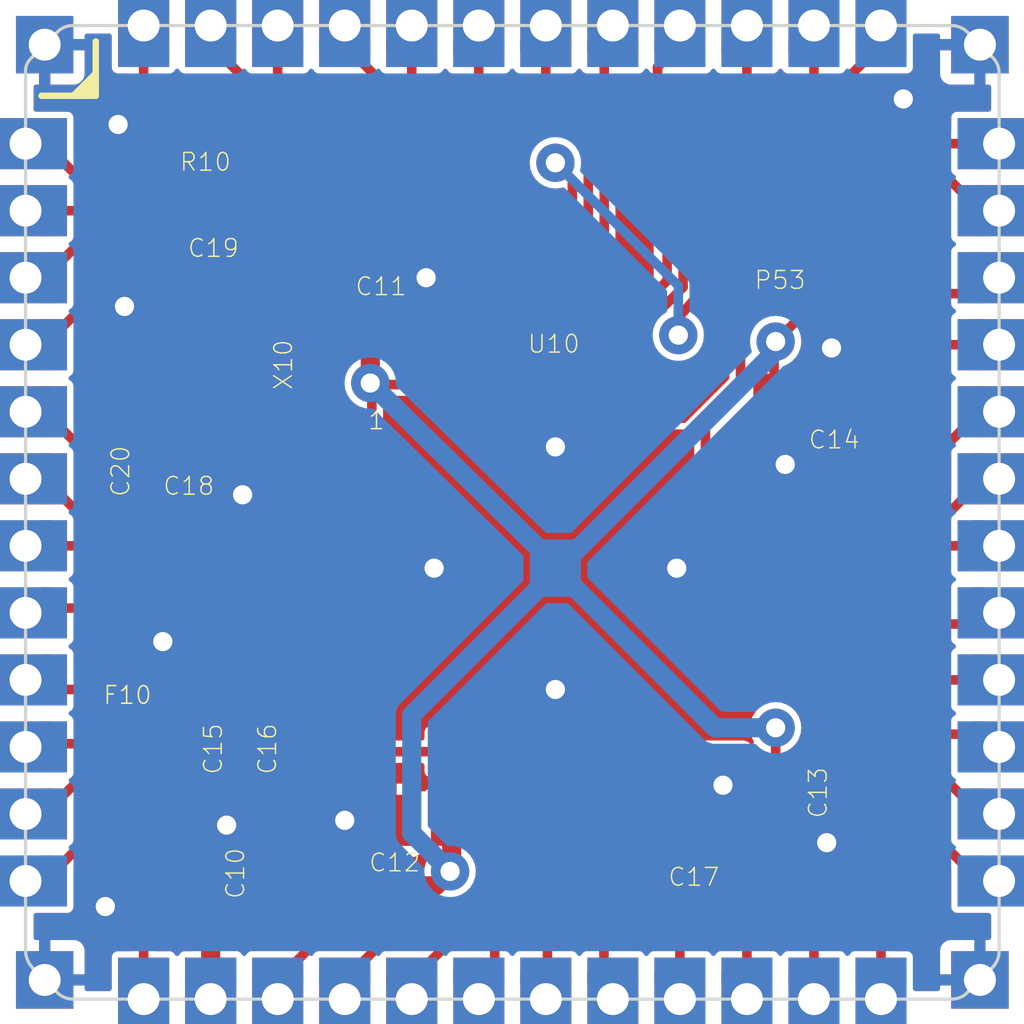
<source format=kicad_pcb>
(kicad_pcb (version 20240108) (generator "pcbnew") (generator_version "8.0")
  (layers (0 "F.Cu" signal) (31 "B.Cu" signal) (34 "B.Paste" user) (35 "F.Paste" user) (36 "B.SilkS" user "B.Silkscreen") (37 "F.SilkS" user "F.Silkscreen") (38 "B.Mask" user) (39 "F.Mask" user) (44 "Edge.Cuts" user))
  (net 0 "")
  (net 1 "GND")
  (net 2 "N$1")
  (net 3 "N$7")
  (net 4 "VCAP")
  (net 5 "SWDIO")
  (net 6 "SWCLK")
  (net 7 "SWO")
  (net 8 "NRST")
  (net 9 "PC13")
  (net 10 "PC14")
  (net 11 "PC15")
  (net 12 "PC0")
  (net 13 "PA0")
  (net 14 "PA1")
  (net 15 "PA2")
  (net 16 "PA3")
  (net 17 "PA4")
  (net 18 "PA5")
  (net 19 "PA6")
  (net 20 "PA7")
  (net 21 "PA8")
  (net 22 "PA9")
  (net 23 "PA10")
  (net 24 "PA11")
  (net 25 "PA12")
  (net 26 "PA15")
  (net 27 "PC1")
  (net 28 "PC2")
  (net 29 "PC3")
  (net 30 "PC4")
  (net 31 "PC5")
  (net 32 "PC6")
  (net 33 "PC7")
  (net 34 "PC12")
  (net 35 "PC11")
  (net 36 "PC10")
  (net 37 "PC9")
  (net 38 "PC8")
  (net 39 "PB15")
  (net 40 "PB14")
  (net 41 "PB13")
  (net 42 "PB12")
  (net 43 "PB10")
  (net 44 "PB9")
  (net 45 "PB8")
  (net 46 "PB7")
  (net 47 "PB6")
  (net 48 "PB5")
  (net 49 "PB4")
  (net 50 "PB2")
  (net 51 "PB1")
  (net 52 "PB0")
  (net 53 "PD2")
  (net 54 "VDDA")
  (net 55 "VDD")
  (net 56 "VDDA'")
  (net 57 "BOOT0")
  (footprint "Socket_STM32_V3:FERRITE_0805" (layer "F.Cu") (at 136.551733 110.853599)
    (property "Reference" "F10")
    (property "Value" "BEAD")
  )
  (footprint "Socket_STM32_V3:PAD_1_1.5_1.2" (layer "F.Cu") (at 149.551733 90.453599)
    (property "Reference" "P46" (hide yes))
    (property "Value" "" (hide yes))
  )
  (footprint "Socket_STM32_V3:PAD_1_1.5_1.2" (layer "F.Cu") (at 139.051733 90.453599)
    (property "Reference" "P51" (hide yes))
    (property "Value" "" (hide yes))
  )
  (footprint "Socket_STM32_V3:0805_GRM" (layer "F.Cu") (at 140.951733 109.953599 90)
    (property "Reference" "C16")
    (property "Value" "0.1uF")
  )
  (footprint "Socket_STM32_V3:PAD_1_1.5_1.2" (layer "F.Cu") (at 153.751733 90.453599)
    (property "Reference" "P44" (hide yes))
    (property "Value" "" (hide yes))
  )
  (footprint "Socket_STM32_V3:PAD_CASTELLATED_HOLE_CORNER" (layer "F.Cu") (at 163.151733 119.653599)
    (property "Reference" "P27" (hide yes))
    (property "Value" "" (hide yes))
  )
  (footprint "Socket_STM32_V3:PAD_1_1.5_1.2" (layer "F.Cu") (at 160.051733 119.553599 180)
    (property "Reference" "P26" (hide yes))
    (property "Value" "" (hide yes))
  )
  (footprint "Socket_STM32_V3:PAD_1_1.5_1.2" (layer "F.Cu") (at 143.251733 90.453599)
    (property "Reference" "P49" (hide yes))
    (property "Value" "" (hide yes))
  )
  (footprint "Socket_STM32_V3:PAD_1_1.5_1.2" (layer "F.Cu") (at 163.051733 112.353599 -90)
    (property "Reference" "P30" (hide yes))
    (property "Value" "" (hide yes))
  )
  (footprint "Socket_STM32_V3:PAD_1_1.5_1.2" (layer "F.Cu") (at 163.051733 116.553599 -90)
    (property "Reference" "P28" (hide yes))
    (property "Value" "" (hide yes))
  )
  (footprint "Socket_STM32_V3:0805_GRM" (layer "F.Cu") (at 139.101733 102.853599 180)
    (property "Reference" "C18")
    (property "Value" "10PF")
  )
  (footprint "Socket_STM32_V3:PAD_1_1.5_1.2" (layer "F.Cu") (at 149.551733 119.553599 180)
    (property "Reference" "P21" (hide yes))
    (property "Value" "" (hide yes))
  )
  (footprint "Socket_STM32_V3:PAD_1_1.5_1.2" (layer "F.Cu") (at 163.051733 101.853599 -90)
    (property "Reference" "P35" (hide yes))
    (property "Value" "" (hide yes))
  )
  (footprint "Socket_STM32_V3:PAD_1_1.5_1.2" (layer "F.Cu") (at 163.051733 99.753599 -90)
    (property "Reference" "P36" (hide yes))
    (property "Value" "" (hide yes))
  )
  (footprint "Socket_STM32_V3:LQFP_64" (layer "F.Cu") (at 149.851733 106.753599 -90)
    (property "Reference" "U10")
    (property "Value" "STM32F446RET6")
  )
  (footprint "Socket_STM32_V3:RES_0805_ERJ" (layer "F.Cu") (at 138.851733 92.853599)
    (property "Reference" "R10")
    (property "Value" "10k")
  )
  (footprint "Socket_STM32_V3:PAD_1_1.5_1.2" (layer "F.Cu") (at 136.951733 119.553599 180)
    (property "Reference" "P15" (hide yes))
    (property "Value" "" (hide yes))
  )
  (footprint "Socket_STM32_V3:PAD_1_1.5_1.2" (layer "F.Cu") (at 147.451733 90.453599)
    (property "Reference" "P47" (hide yes))
    (property "Value" "" (hide yes))
  )
  (footprint "Socket_STM32_V3:PAD_CASTELLATED_HOLE_CORNER" (layer "F.Cu") (at 133.851733 119.653599 90)
    (property "Reference" "P14" (hide yes))
    (property "Value" "" (hide yes))
  )
  (footprint "Socket_STM32_V3:JST_GH_5F" (layer "F.Cu") (at 156.851733 92.953599)
    (property "Reference" "P53")
    (property "Value" "GH")
  )
  (footprint "Socket_STM32_V3:0805_GRM" (layer "F.Cu") (at 157.651733 101.453599)
    (property "Reference" "C14")
    (property "Value" "0.1uF")
  )
  (footprint "Socket_STM32_V3:PAD_1_1.5_1.2" (layer "F.Cu") (at 151.651733 90.453599)
    (property "Reference" "P45" (hide yes))
    (property "Value" "" (hide yes))
  )
  (footprint "Socket_STM32_V3:PAD_1_1.5_1.2" (layer "F.Cu") (at 163.051733 95.553599 -90)
    (property "Reference" "P38" (hide yes))
    (property "Value" "" (hide yes))
  )
  (footprint "Socket_STM32_V3:PAD_1_1.5_1.2" (layer "F.Cu") (at 141.151733 119.553599 180)
    (property "Reference" "P17" (hide yes))
    (property "Value" "" (hide yes))
  )
  (footprint "Socket_STM32_V3:PAD_1_1.5_1.2" (layer "F.Cu") (at 141.151733 90.453599)
    (property "Reference" "P50" (hide yes))
    (property "Value" "" (hide yes))
  )
  (footprint "Socket_STM32_V3:PAD_1_1.5_1.2" (layer "F.Cu") (at 163.051733 93.453599 -90)
    (property "Reference" "P39" (hide yes))
    (property "Value" "" (hide yes))
  )
  (footprint "Socket_STM32_V3:PAD_1_1.5_1.2" (layer "F.Cu") (at 163.051733 108.153599 -90)
    (property "Reference" "P32" (hide yes))
    (property "Value" "" (hide yes))
  )
  (footprint "Socket_STM32_V3:PAD_1_1.5_1.2" (layer "F.Cu") (at 133.951733 101.853599 90)
    (property "Reference" "P6" (hide yes))
    (property "Value" "" (hide yes))
  )
  (footprint "Socket_STM32_V3:PAD_1_1.5_1.2" (layer "F.Cu") (at 133.951733 116.553599 90)
    (property "Reference" "P13" (hide yes))
    (property "Value" "" (hide yes))
  )
  (footprint "Socket_STM32_V3:PAD_1_1.5_1.2" (layer "F.Cu") (at 147.451733 119.553599 180)
    (property "Reference" "P20" (hide yes))
    (property "Value" "" (hide yes))
  )
  (footprint "Socket_STM32_V3:PAD_1_1.5_1.2" (layer "F.Cu") (at 136.951733 90.453599)
    (property "Reference" "P52" (hide yes))
    (property "Value" "" (hide yes))
  )
  (footprint "Socket_STM32_V3:PAD_1_1.5_1.2" (layer "F.Cu") (at 163.051733 114.453599 -90)
    (property "Reference" "P29" (hide yes))
    (property "Value" "" (hide yes))
  )
  (footprint "Socket_STM32_V3:0805_GRM" (layer "F.Cu") (at 139.101733 98.053599)
    (property "Reference" "C19")
    (property "Value" "10PF")
  )
  (footprint "Socket_STM32_V3:PAD_1_1.5_1.2" (layer "F.Cu") (at 163.051733 97.653599 -90)
    (property "Reference" "P37" (hide yes))
    (property "Value" "" (hide yes))
  )
  (footprint "Socket_STM32_V3:0805_GRM" (layer "F.Cu") (at 136.251733 101.153599 90)
    (property "Reference" "C20")
    (property "Value" "0.1uF")
  )
  (footprint "Socket_STM32_V3:PAD_1_1.5_1.2" (layer "F.Cu") (at 143.251733 119.553599 180)
    (property "Reference" "P18" (hide yes))
    (property "Value" "" (hide yes))
  )
  (footprint "Socket_STM32_V3:PAD_1_1.5_1.2" (layer "F.Cu") (at 163.051733 110.253599 -90)
    (property "Reference" "P31" (hide yes))
    (property "Value" "" (hide yes))
  )
  (footprint "Socket_STM32_V3:PAD_1_1.5_1.2" (layer "F.Cu") (at 133.951733 95.553599 90)
    (property "Reference" "P3" (hide yes))
    (property "Value" "" (hide yes))
  )
  (footprint "Socket_STM32_V3:PAD_1_1.5_1.2" (layer "F.Cu") (at 157.951733 119.553599 180)
    (property "Reference" "P25" (hide yes))
    (property "Value" "" (hide yes))
  )
  (footprint "Socket_STM32_V3:PAD_1_1.5_1.2" (layer "F.Cu") (at 153.751733 119.553599 180)
    (property "Reference" "P23" (hide yes))
    (property "Value" "" (hide yes))
  )
  (footprint "Socket_STM32_V3:PAD_CASTELLATED_HOLE_CORNER" (layer "F.Cu") (at 133.851733 90.353599)
    (property "Reference" "P1" (hide yes))
    (property "Value" "" (hide yes))
  )
  (footprint "Socket_STM32_V3:QUARTZ_TSX_3225" (layer "F.Cu") (at 139.101733 100.453599)
    (property "Reference" "X10")
    (property "Value" "16MHz" (hide yes))
  )
  (footprint "Socket_STM32_V3:PAD_1_1.5_1.2" (layer "F.Cu") (at 133.951733 93.453599 90)
    (property "Reference" "P2" (hide yes))
    (property "Value" "" (hide yes))
  )
  (footprint "Socket_STM32_V3:PAD_1_1.5_1.2" (layer "F.Cu") (at 163.051733 103.953599 -90)
    (property "Reference" "P34" (hide yes))
    (property "Value" "" (hide yes))
  )
  (footprint "Socket_STM32_V3:PAD_1_1.5_1.2" (layer "F.Cu") (at 133.951733 99.753599 90)
    (property "Reference" "P5" (hide yes))
    (property "Value" "" (hide yes))
  )
  (footprint "Socket_STM32_V3:PAD_1_1.5_1.2" (layer "F.Cu") (at 133.951733 114.453599 90)
    (property "Reference" "P12" (hide yes))
    (property "Value" "" (hide yes))
  )
  (footprint "Socket_STM32_V3:0805_GRM" (layer "F.Cu") (at 145.651733 114.653599 180)
    (property "Reference" "C12")
    (property "Value" "0.1uF")
  )
  (footprint "Socket_STM32_V3:PAD_1_1.5_1.2" (layer "F.Cu") (at 133.951733 103.953599 90)
    (property "Reference" "P7" (hide yes))
    (property "Value" "" (hide yes))
  )
  (footprint "Socket_STM32_V3:PAD_1_1.5_1.2" (layer "F.Cu") (at 155.851733 119.553599 180)
    (property "Reference" "P24" (hide yes))
    (property "Value" "" (hide yes))
  )
  (footprint "Socket_STM32_V3:0805_GRM" (layer "F.Cu") (at 156.751733 114.353599 -90)
    (property "Reference" "C13")
    (property "Value" "0.1uF")
  )
  (footprint "Socket_STM32_V3:PAD_1_1.5_1.2" (layer "F.Cu") (at 133.951733 97.653599 90)
    (property "Reference" "P4" (hide yes))
    (property "Value" "" (hide yes))
  )
  (footprint "Socket_STM32_V3:PAD_1_1.5_1.2" (layer "F.Cu") (at 139.051733 119.553599 180)
    (property "Reference" "P16" (hide yes))
    (property "Value" "" (hide yes))
  )
  (footprint "Socket_STM32_V3:PAD_1_1.5_1.2" (layer "F.Cu") (at 145.351733 90.453599)
    (property "Reference" "P48" (hide yes))
    (property "Value" "" (hide yes))
  )
  (footprint "Socket_STM32_V3:0805_GRM" (layer "F.Cu") (at 144.851733 99.253599)
    (property "Reference" "C11")
    (property "Value" "0.1uF")
  )
  (footprint "Socket_STM32_V3:PAD_1_1.5_1.2" (layer "F.Cu") (at 155.851733 90.453599)
    (property "Reference" "P43" (hide yes))
    (property "Value" "" (hide yes))
  )
  (footprint "Socket_STM32_V3:PAD_1_1.5_1.2" (layer "F.Cu") (at 133.951733 106.053599 90)
    (property "Reference" "P8" (hide yes))
    (property "Value" "" (hide yes))
  )
  (footprint "Socket_STM32_V3:0805_GRM" (layer "F.Cu") (at 139.151733 109.953599 90)
    (property "Reference" "C15")
    (property "Value" "1uF")
  )
  (footprint "Socket_STM32_V3:PAD_1_1.5_1.2" (layer "F.Cu") (at 163.051733 106.053599 -90)
    (property "Reference" "P33" (hide yes))
    (property "Value" "" (hide yes))
  )
  (footprint "Socket_STM32_V3:PAD_1_1.5_1.2" (layer "F.Cu") (at 157.951733 90.453599)
    (property "Reference" "P42" (hide yes))
    (property "Value" "" (hide yes))
  )
  (footprint "Socket_STM32_V3:PAD_1_1.5_1.2" (layer "F.Cu") (at 133.951733 108.153599 90)
    (property "Reference" "P9" (hide yes))
    (property "Value" "" (hide yes))
  )
  (footprint "Socket_STM32_V3:0805_GRM" (layer "F.Cu") (at 154.151733 115.153599)
    (property "Reference" "C17")
    (property "Value" "4.7uF")
  )
  (footprint "Socket_STM32_V3:PAD_1_1.5_1.2" (layer "F.Cu") (at 133.951733 112.353599 90)
    (property "Reference" "P11" (hide yes))
    (property "Value" "" (hide yes))
  )
  (footprint "Socket_STM32_V3:PAD_1_1.5_1.2" (layer "F.Cu") (at 160.051733 90.453599)
    (property "Reference" "P41" (hide yes))
    (property "Value" "" (hide yes))
  )
  (footprint "Socket_STM32_V3:PAD_1_1.5_1.2" (layer "F.Cu") (at 145.351733 119.553599 180)
    (property "Reference" "P19" (hide yes))
    (property "Value" "" (hide yes))
  )
  (footprint "Socket_STM32_V3:PAD_1_1.5_1.2" (layer "F.Cu") (at 133.951733 110.253599 90)
    (property "Reference" "P10" (hide yes))
    (property "Value" "" (hide yes))
  )
  (footprint "Socket_STM32_V3:PAD_CASTELLATED_HOLE_CORNER" (layer "F.Cu") (at 163.151733 90.353599 -90)
    (property "Reference" "P40" (hide yes))
    (property "Value" "" (hide yes))
  )
  (footprint "Socket_STM32_V3:0805_GRM" (layer "F.Cu") (at 141.151733 115.753599 90)
    (property "Reference" "C10")
    (property "Value" "4.7uF")
  )
  (footprint "Socket_STM32_V3:PAD_1_1.5_1.2" (layer "F.Cu") (at 151.651733 119.553599 180)
    (property "Reference" "P22" (hide yes))
    (property "Value" "" (hide yes))
  )
  (gr_line (start 133.751733 91.953599) (end 134.751733 91.953599) (stroke (width 0.2)) (layer "F.SilkS"))
  (gr_line (start 135.451733 91.453599) (end 135.451733 91.253599) (stroke (width 0.2)) (layer "F.SilkS"))
  (gr_line (start 135.151733 91.953599) (end 135.451733 91.953599) (stroke (width 0.2)) (layer "F.SilkS"))
  (gr_line (start 134.751733 91.953599) (end 135.451733 91.253599) (stroke (width 0.2)) (layer "F.SilkS"))
  (gr_line (start 134.751733 91.953599) (end 134.951733 91.953599) (stroke (width 0.2)) (layer "F.SilkS"))
  (gr_line (start 135.451733 91.253599) (end 135.451733 90.253599) (stroke (width 0.2)) (layer "F.SilkS"))
  (gr_line (start 134.951733 91.953599) (end 135.151733 91.953599) (stroke (width 0.2)) (layer "F.SilkS"))
  (gr_line (start 135.151733 91.953599) (end 135.451733 91.653599) (stroke (width 0.2)) (layer "F.SilkS"))
  (gr_line (start 135.451733 91.953599) (end 135.451733 91.653599) (stroke (width 0.2)) (layer "F.SilkS"))
  (gr_line (start 134.951733 91.953599) (end 135.451733 91.453599) (stroke (width 0.2)) (layer "F.SilkS"))
  (gr_line (start 135.451733 91.653599) (end 135.451733 91.453599) (stroke (width 0.2)) (layer "F.SilkS"))
  (gr_arc (start 162.251733 89.753599) (mid 162.520991 89.805453) (end 162.751733 89.953599) (stroke (width 0.1)) (layer "Edge.Cuts"))
  (gr_line (start 163.751733 118.753599) (end 163.751733 91.253599) (stroke (width 0.1)) (layer "Edge.Cuts"))
  (gr_arc (start 163.751733 118.753599) (mid 163.699879 119.022857) (end 163.551734 119.253599) (stroke (width 0.1)) (layer "Edge.Cuts"))
  (gr_arc (start 163.551733 90.753599) (mid 163.703047 90.983073) (end 163.751733 91.253599) (stroke (width 0.1)) (layer "Edge.Cuts"))
  (gr_line (start 162.751733 89.953599) (end 163.551733 90.753599) (stroke (width 0.1)) (layer "Edge.Cuts"))
  (gr_arc (start 134.751732 120.253599) (mid 134.481207 120.204913) (end 134.251733 120.053599) (stroke (width 0.1)) (layer "Edge.Cuts"))
  (gr_line (start 163.551733 119.253599) (end 162.751733 120.053599) (stroke (width 0.1)) (layer "Edge.Cuts"))
  (gr_line (start 133.451733 119.253599) (end 134.251733 120.053599) (stroke (width 0.1)) (layer "Edge.Cuts"))
  (gr_arc (start 133.251733 91.153599) (mid 133.310682 90.933073) (end 133.451733 90.753599) (stroke (width 0.1)) (layer "Edge.Cuts"))
  (gr_line (start 133.251733 91.153599) (end 133.251733 118.653599) (stroke (width 0.1)) (layer "Edge.Cuts"))
  (gr_arc (start 162.751733 120.053599) (mid 162.522259 120.204914) (end 162.251733 120.253599) (stroke (width 0.1)) (layer "Edge.Cuts"))
  (gr_line (start 133.451733 90.753599) (end 134.251733 89.953599) (stroke (width 0.1)) (layer "Edge.Cuts"))
  (gr_arc (start 133.451732 119.253599) (mid 133.293958 118.972857) (end 133.251733 118.653599) (stroke (width 0.1)) (layer "Edge.Cuts"))
  (gr_line (start 134.751733 120.253599) (end 162.251733 120.253599) (stroke (width 0.1)) (layer "Edge.Cuts"))
  (gr_arc (start 134.251733 89.953599) (mid 134.481207 89.802285) (end 134.751733 89.7536) (stroke (width 0.1)) (layer "Edge.Cuts"))
  (gr_line (start 134.751733 89.753599) (end 162.251733 89.753599) (stroke (width 0.1)) (layer "Edge.Cuts"))
  (segment (start 146.601733 112.503599) (end 146.601733 111.203599) (width 0.3) (layer "F.Cu") (net 1))
  (segment (start 142.73542 108.503599) (end 142.23542 109.003599) (width 0.3) (layer "F.Cu") (net 1))
  (segment (start 153.101733 112.503599) (end 153.101733 113.348574) (width 0.3) (layer "F.Cu") (net 1))
  (segment (start 142.23542 109.003599) (end 140.951733 109.003599) (width 0.3) (layer "F.Cu") (net 1))
  (segment (start 144.101733 108.503599) (end 142.73542 108.503599) (width 0.3) (layer "F.Cu") (net 1))
  (segment (start 140.051733 101.603599) (end 140.201733 101.253599) (width 0.3) (layer "F.Cu") (net 1))
  (segment (start 153.101733 112.503599) (end 153.101733 111.103599) (width 0.3) (layer "F.Cu") (net 1))
  (segment (start 146.601733 112.503599) (end 146.601733 113.248574) (width 0.3) (layer "F.Cu") (net 1))
  (segment (start 138.001733 99.653599) (end 138.001733 98.303599) (width 0.3) (layer "F.Cu") (net 1))
  (segment (start 144.101733 108.503599) (end 145.401733 108.503599) (width 0.3) (layer "F.Cu") (net 1))
  (segment (start 146.601733 101.003599) (end 146.601733 100.203599) (width 0.3) (layer "F.Cu") (net 1))
  (segment (start 145.751733 98.903599) (end 145.801733 99.253599) (width 0.6) (layer "F.Cu") (net 1))
  (segment (start 144.701733 114.503599) (end 144.701733 114.653599) (width 0.3) (layer "F.Cu") (net 1))
  (segment (start 145.801733 99.403599) (end 145.801733 99.253599) (width 0.3) (layer "F.Cu") (net 1))
  (segment (start 140.051733 102.853599) (end 140.051733 101.603599) (width 0.3) (layer "F.Cu") (net 1))
  (segment (start 146.601733 113.248574) (end 146.396708 113.453599) (width 0.3) (layer "F.Cu") (net 1))
  (segment (start 155.601733 103.503599) (end 157.051733 103.503599) (width 0.3) (layer "F.Cu") (net 1))
  (segment (start 146.601733 100.203599) (end 145.801733 99.403599) (width 0.3) (layer "F.Cu") (net 1))
  (segment (start 146.396708 113.453599) (end 145.751733 113.453599) (width 0.3) (layer "F.Cu") (net 1))
  (segment (start 145.751733 113.453599) (end 144.701733 114.503599) (width 0.3) (layer "F.Cu") (net 1))
  (segment (start 146.601733 101.003599) (end 146.601733 102.603599) (width 0.3) (layer "F.Cu") (net 1))
  (segment (start 138.001733 98.303599) (end 138.151733 98.053599) (width 0.5) (layer "F.Cu") (net 1))
  (segment (start 153.101733 113.348574) (end 153.406758 113.653599) (width 0.3) (layer "F.Cu") (net 1))
  (via (at 137.551733 109.053599) (size 1.2) (drill 0.6) (layers "F.Cu" "B.Cu") (net 1))
  (via (at 146.051733 106.753599) (size 1.2) (drill 0.6) (layers "F.Cu" "B.Cu") (net 1))
  (via (at 145.801733 97.653599) (size 1.2) (drill 0.6) (layers "F.Cu" "B.Cu") (net 1))
  (via (at 155.101733 113.553599) (size 1.2) (drill 0.6) (layers "F.Cu" "B.Cu") (net 1))
  (via (at 149.851733 102.953599) (size 1.2) (drill 0.6) (layers "F.Cu" "B.Cu") (net 1))
  (via (at 139.551733 114.803599) (size 1.2) (drill 0.6) (layers "F.Cu" "B.Cu") (net 1))
  (via (at 158.501733 99.853599) (size 1.2) (drill 0.6) (layers "F.Cu" "B.Cu") (net 1))
  (via (at 149.851733 110.553599) (size 1.2) (drill 0.6) (layers "F.Cu" "B.Cu") (net 1))
  (via (at 136.351733 98.553599) (size 1.2) (drill 0.6) (layers "F.Cu" "B.Cu") (net 1))
  (via (at 140.051733 104.453599) (size 1.2) (drill 0.6) (layers "F.Cu" "B.Cu") (net 1))
  (via (at 157.051733 103.503599) (size 1.2) (drill 0.6) (layers "F.Cu" "B.Cu") (net 1))
  (via (at 160.751733 92.053599) (size 1.2) (drill 0.6) (layers "F.Cu" "B.Cu") (net 1))
  (via (at 153.651733 106.753599) (size 1.2) (drill 0.6) (layers "F.Cu" "B.Cu") (net 1))
  (via (at 158.351733 115.353599) (size 1.2) (drill 0.6) (layers "F.Cu" "B.Cu") (net 1))
  (via (at 136.151733 92.853599) (size 1.2) (drill 0.6) (layers "F.Cu" "B.Cu") (net 1))
  (via (at 135.751733 117.353599) (size 1.2) (drill 0.6) (layers "F.Cu" "B.Cu") (net 1))
  (via (at 143.251733 114.653599) (size 1.2) (drill 0.6) (layers "F.Cu" "B.Cu") (net 1))
  (segment (start 138.151733 101.603599) (end 138.001733 101.253599) (width 0.3) (layer "F.Cu") (net 2))
  (segment (start 138.151733 104.953599) (end 138.151733 102.853599) (width 0.3) (layer "F.Cu") (net 2))
  (segment (start 138.151733 102.853599) (end 138.151733 101.603599) (width 0.3) (layer "F.Cu") (net 2))
  (segment (start 137.901733 101.553599) (end 138.001733 101.253599) (width 0.3) (layer "F.Cu") (net 2))
  (segment (start 138.701733 105.503599) (end 138.151733 104.953599) (width 0.3) (layer "F.Cu") (net 2))
  (segment (start 144.101733 105.503599) (end 138.701733 105.503599) (width 0.3) (layer "F.Cu") (net 2))
  (segment (start 141.351733 100.553599) (end 140.451733 99.653599) (width 0.3) (layer "F.Cu") (net 3))
  (segment (start 140.451733 99.653599) (end 140.201733 99.653599) (width 0.3) (layer "F.Cu") (net 3))
  (segment (start 144.101733 105.003599) (end 142.73542 105.003599) (width 0.3) (layer "F.Cu") (net 3))
  (segment (start 142.73542 105.003599) (end 141.351733 103.619912) (width 0.3) (layer "F.Cu") (net 3))
  (segment (start 140.201733 99.653599) (end 140.051733 99.703599) (width 0.3) (layer "F.Cu") (net 3))
  (segment (start 140.051733 99.703599) (end 140.051733 98.053599) (width 0.3) (layer "F.Cu") (net 3))
  (segment (start 141.351733 103.619912) (end 141.351733 100.553599) (width 0.3) (layer "F.Cu") (net 3))
  (segment (start 152.601733 114.353599) (end 152.601733 112.503599) (width 0.3) (layer "F.Cu") (net 4))
  (segment (start 153.201733 115.153599) (end 153.201733 114.953599) (width 0.3) (layer "F.Cu") (net 4))
  (segment (start 153.201733 114.953599) (end 152.601733 114.353599) (width 0.3) (layer "F.Cu") (net 4))
  (segment (start 156.851733 97.953599) (end 156.851733 92.953599) (width 0.3) (layer "F.Cu") (net 5))
  (segment (start 154.701733 104.003599) (end 154.551733 103.853599) (width 0.3) (layer "F.Cu") (net 5))
  (segment (start 155.651733 100.967824) (end 155.651733 99.153599) (width 0.3) (layer "F.Cu") (net 5))
  (segment (start 155.651733 99.153599) (end 156.851733 97.953599) (width 0.3) (layer "F.Cu") (net 5))
  (segment (start 154.551733 103.853599) (end 154.551733 102.067824) (width 0.3) (layer "F.Cu") (net 5))
  (segment (start 154.551733 102.067824) (end 155.651733 100.967824) (width 0.3) (layer "F.Cu") (net 5))
  (segment (start 155.601733 104.003599) (end 154.701733 104.003599) (width 0.3) (layer "F.Cu") (net 5))
  (segment (start 153.601733 101.103599) (end 153.601733 101.003599) (width 0.3) (layer "F.Cu") (net 6))
  (segment (start 154.051733 100.653599) (end 153.751733 100.653599) (width 0.3) (layer "F.Cu") (net 6))
  (segment (start 155.601733 97.696487) (end 155.601733 92.953599) (width 0.3) (layer "F.Cu") (net 6))
  (segment (start 154.051733 100.653599) (end 153.601733 101.103599) (width 0.3) (layer "F.Cu") (net 6))
  (segment (start 154.651733 98.646487) (end 154.651733 100.053599) (width 0.3) (layer "F.Cu") (net 6))
  (segment (start 154.651733 100.053599) (end 154.051733 100.653599) (width 0.3) (layer "F.Cu") (net 6))
  (segment (start 154.651733 98.646487) (end 155.601733 97.696487) (width 0.3) (layer "F.Cu") (net 6))
  (segment (start 150.381733 94.583599) (end 149.851733 94.053599) (width 0.3) (layer "F.Cu") (net 7))
  (segment (start 154.351733 92.873599) (end 154.331733 92.953599) (width 0.3) (layer "F.Cu") (net 7))
  (segment (start 150.381733 98.312799) (end 150.381733 94.583599) (width 0.3) (layer "F.Cu") (net 7))
  (segment (start 153.701733 98.910712) (end 153.701733 99.453599) (width 0.3) (layer "F.Cu") (net 7))
  (segment (start 150.601733 101.003599) (end 150.601733 98.532799) (width 0.3) (layer "F.Cu") (net 7))
  (segment (start 150.601733 98.532799) (end 150.381733 98.312799) (width 0.3) (layer "F.Cu") (net 7))
  (segment (start 154.351733 92.873599) (end 154.351733 98.160712) (width 0.3) (layer "F.Cu") (net 7))
  (segment (start 154.351733 98.160712) (end 153.701733 98.910712) (width 0.3) (layer "F.Cu") (net 7))
  (via (at 149.851733 94.053599) (size 1.2) (drill 0.6) (layers "F.Cu" "B.Cu") (net 7))
  (via (at 153.701733 99.453599) (size 1.2) (drill 0.6) (layers "F.Cu" "B.Cu") (net 7))
  (segment (start 149.851733 94.053599) (end 153.701733 97.903599) (width 0.3) (layer "B.Cu") (net 7))
  (segment (start 153.701733 97.903599) (end 153.701733 99.453599) (width 0.3) (layer "B.Cu") (net 7))
  (segment (start 137.301733 106.003599) (end 136.251733 104.953599) (width 0.3) (layer "F.Cu") (net 8))
  (segment (start 136.251733 104.953599) (end 136.251733 102.103599) (width 0.3) (layer "F.Cu") (net 8))
  (segment (start 144.101733 106.003599) (end 137.301733 106.003599) (width 0.3) (layer "F.Cu") (net 8))
  (segment (start 133.251733 95.553599) (end 134.151733 95.553599) (width 0.3) (layer "F.Cu") (net 9))
  (segment (start 143.356758 103.503599) (end 144.101733 103.503599) (width 0.3) (layer "F.Cu") (net 9))
  (segment (start 141.851733 95.553599) (end 134.151733 95.553599) (width 0.3) (layer "F.Cu") (net 9))
  (segment (start 142.851733 96.553599) (end 142.851733 102.998574) (width 0.3) (layer "F.Cu") (net 9))
  (segment (start 142.851733 96.553599) (end 141.851733 95.553599) (width 0.3) (layer "F.Cu") (net 9))
  (segment (start 143.356758 103.503599) (end 142.851733 102.998574) (width 0.3) (layer "F.Cu") (net 9))
  (segment (start 134.151733 95.553599) (end 134.051733 95.653599) (width 0.3) (layer "F.Cu") (net 9))
  (segment (start 134.151733 95.553599) (end 133.251733 95.553599) (width 0.3) (layer "B.Cu") (net 9))
  (segment (start 143.149645 104.003599) (end 144.101733 104.003599) (width 0.3) (layer "F.Cu") (net 10))
  (segment (start 143.149645 104.003599) (end 142.351733 103.205687) (width 0.3) (layer "F.Cu") (net 10))
  (segment (start 134.151733 97.653599) (end 133.251733 97.653599) (width 0.3) (layer "F.Cu") (net 10))
  (segment (start 141.598176 96.107156) (end 135.398176 96.107156) (width 0.3) (layer "F.Cu") (net 10))
  (segment (start 142.351733 103.205687) (end 142.351733 96.860712) (width 0.3) (layer "F.Cu") (net 10))
  (segment (start 142.351733 96.860712) (end 141.598176 96.107156) (width 0.3) (layer "F.Cu") (net 10))
  (segment (start 135.398176 96.107156) (end 134.151733 97.353599) (width 0.3) (layer "F.Cu") (net 10))
  (segment (start 134.151733 97.353599) (end 134.151733 97.653599) (width 0.3) (layer "F.Cu") (net 10))
  (segment (start 133.251733 97.653599) (end 134.151733 97.653599) (width 0.3) (layer "B.Cu") (net 10))
  (segment (start 134.201733 99.403599) (end 134.201733 99.653599) (width 0.3) (layer "F.Cu") (net 11))
  (segment (start 141.851733 103.412799) (end 141.851733 97.107156) (width 0.3) (layer "F.Cu") (net 11))
  (segment (start 141.351733 96.607156) (end 135.605289 96.607156) (width 0.3) (layer "F.Cu") (net 11))
  (segment (start 135.051733 98.553599) (end 134.201733 99.403599) (width 0.3) (layer "F.Cu") (net 11))
  (segment (start 133.251733 99.753599) (end 134.101733 99.753599) (width 0.3) (layer "F.Cu") (net 11))
  (segment (start 134.251733 99.853599) (end 134.151733 99.753599) (width 0.3) (layer "F.Cu") (net 11))
  (segment (start 142.942533 104.503599) (end 144.101733 104.503599) (width 0.3) (layer "F.Cu") (net 11))
  (segment (start 134.201733 99.753599) (end 134.151733 99.753599) (width 0.3) (layer "F.Cu") (net 11))
  (segment (start 134.201733 99.653599) (end 134.201733 99.753599) (width 0.3) (layer "F.Cu") (net 11))
  (segment (start 142.942533 104.503599) (end 141.851733 103.412799) (width 0.3) (layer "F.Cu") (net 11))
  (segment (start 141.851733 97.107156) (end 141.351733 96.607156) (width 0.3) (layer "F.Cu") (net 11))
  (segment (start 135.051733 97.160712) (end 135.051733 98.553599) (width 0.3) (layer "F.Cu") (net 11))
  (segment (start 135.605289 96.607156) (end 135.051733 97.160712) (width 0.3) (layer "F.Cu") (net 11))
  (segment (start 134.101733 99.753599) (end 134.201733 99.653599) (width 0.3) (layer "F.Cu") (net 11))
  (segment (start 134.151733 99.753599) (end 133.251733 99.753599) (width 0.3) (layer "B.Cu") (net 11))
  (segment (start 134.151733 102.153599) (end 134.151733 101.853599) (width 0.3) (layer "F.Cu") (net 12))
  (segment (start 134.151733 101.853599) (end 133.251733 101.853599) (width 0.3) (layer "F.Cu") (net 12))
  (segment (start 135.101733 104.510712) (end 135.101733 103.103599) (width 0.3) (layer "F.Cu") (net 12))
  (segment (start 144.101733 106.503599) (end 137.09462 106.503599) (width 0.3) (layer "F.Cu") (net 12))
  (segment (start 137.09462 106.503599) (end 135.101733 104.510712) (width 0.3) (layer "F.Cu") (net 12))
  (segment (start 135.101733 103.103599) (end 134.151733 102.153599) (width 0.3) (layer "F.Cu") (net 12))
  (segment (start 133.251733 101.853599) (end 134.151733 101.853599) (width 0.3) (layer "B.Cu") (net 12))
  (segment (start 134.051733 112.253599) (end 134.151733 112.353599) (width 0.3) (layer "F.Cu") (net 13))
  (segment (start 144.101733 109.503599) (end 143.149645 109.503599) (width 0.3) (layer "F.Cu") (net 13))
  (segment (start 141.830395 112.253599) (end 134.051733 112.253599) (width 0.3) (layer "F.Cu") (net 13))
  (segment (start 134.201733 112.353599) (end 134.151733 112.353599) (width 0.3) (layer "F.Cu") (net 13))
  (segment (start 133.251733 112.353599) (end 134.151733 112.353599) (width 0.3) (layer "F.Cu") (net 13))
  (segment (start 134.301733 112.653599) (end 134.151733 112.353599) (width 0.3) (layer "F.Cu") (net 13))
  (segment (start 142.651733 111.432262) (end 141.830395 112.253599) (width 0.3) (layer "F.Cu") (net 13))
  (segment (start 143.149645 109.503599) (end 142.651733 110.001512) (width 0.3) (layer "F.Cu") (net 13))
  (segment (start 142.651733 110.001512) (end 142.651733 111.432262) (width 0.3) (layer "F.Cu") (net 13))
  (segment (start 134.151733 112.353599) (end 133.251733 112.353599) (width 0.3) (layer "B.Cu") (net 13))
  (segment (start 144.101733 110.003599) (end 143.356758 110.003599) (width 0.3) (layer "F.Cu") (net 14))
  (segment (start 134.151733 114.153599) (end 134.151733 114.453599) (width 0.3) (layer "F.Cu") (net 14))
  (segment (start 142.037508 112.753599) (end 135.551733 112.753599) (width 0.3) (layer "F.Cu") (net 14))
  (segment (start 134.151733 114.453599) (end 133.251733 114.453599) (width 0.3) (layer "F.Cu") (net 14))
  (segment (start 143.151733 110.208624) (end 143.356758 110.003599) (width 0.3) (layer "F.Cu") (net 14))
  (segment (start 135.551733 112.753599) (end 134.151733 114.153599) (width 0.3) (layer "F.Cu") (net 14))
  (segment (start 134.051733 114.453599) (end 134.151733 114.453599) (width 0.3) (layer "F.Cu") (net 14))
  (segment (start 143.151733 110.208624) (end 143.151733 111.639374) (width 0.3) (layer "F.Cu") (net 14))
  (segment (start 143.151733 111.639374) (end 142.037508 112.753599) (width 0.3) (layer "F.Cu") (net 14))
  (segment (start 133.251733 114.453599) (end 134.151733 114.453599) (width 0.3) (layer "B.Cu") (net 14))
  (segment (start 134.151733 116.553599) (end 134.151733 116.253599) (width 0.3) (layer "F.Cu") (net 15))
  (segment (start 144.101733 111.396487) (end 144.101733 110.503599) (width 0.3) (layer "F.Cu") (net 15))
  (segment (start 137.151733 113.253599) (end 142.24462 113.253599) (width 0.3) (layer "F.Cu") (net 15))
  (segment (start 142.24462 113.253599) (end 144.101733 111.396487) (width 0.3) (layer "F.Cu") (net 15))
  (segment (start 134.151733 116.253599) (end 137.151733 113.253599) (width 0.3) (layer "F.Cu") (net 15))
  (segment (start 133.251733 116.553599) (end 134.151733 116.553599) (width 0.3) (layer "F.Cu") (net 15))
  (segment (start 134.151733 116.553599) (end 133.251733 116.553599) (width 0.3) (layer "B.Cu") (net 15))
  (segment (start 143.701733 112.503599) (end 142.451733 113.753599) (width 0.3) (layer "F.Cu") (net 16))
  (segment (start 136.951733 115.153599) (end 136.951733 119.353599) (width 0.3) (layer "F.Cu") (net 16))
  (segment (start 146.101733 112.503599) (end 143.701733 112.503599) (width 0.3) (layer "F.Cu") (net 16))
  (segment (start 142.451733 113.753599) (end 138.351733 113.753599) (width 0.3) (layer "F.Cu") (net 16))
  (segment (start 138.351733 113.753599) (end 136.951733 115.153599) (width 0.3) (layer "F.Cu") (net 16))
  (segment (start 136.951733 119.353599) (end 136.951733 120.253599) (width 0.3) (layer "F.Cu") (net 16))
  (segment (start 136.951733 120.253599) (end 136.951733 119.353599) (width 0.3) (layer "B.Cu") (net 16))
  (segment (start 141.151733 120.253599) (end 141.151733 119.353599) (width 0.3) (layer "F.Cu") (net 17))
  (segment (start 146.986658 117.403599) (end 143.401733 117.403599) (width 0.3) (layer "F.Cu") (net 17))
  (segment (start 147.601733 112.503599) (end 147.601733 116.788524) (width 0.3) (layer "F.Cu") (net 17))
  (segment (start 143.401733 117.403599) (end 141.451733 119.353599) (width 0.3) (layer "F.Cu") (net 17))
  (segment (start 147.601733 116.788524) (end 146.986658 117.403599) (width 0.3) (layer "F.Cu") (net 17))
  (segment (start 141.451733 119.353599) (end 141.151733 119.353599) (width 0.3) (layer "F.Cu") (net 17))
  (segment (start 141.151733 119.353599) (end 141.151733 120.253599) (width 0.3) (layer "B.Cu") (net 17))
  (segment (start 148.101733 116.995637) (end 147.19377 117.903599) (width 0.3) (layer "F.Cu") (net 18))
  (segment (start 145.001733 117.903599) (end 143.551733 119.353599) (width 0.3) (layer "F.Cu") (net 18))
  (segment (start 147.19377 117.903599) (end 145.001733 117.903599) (width 0.3) (layer "F.Cu") (net 18))
  (segment (start 148.101733 112.503599) (end 148.101733 116.995637) (width 0.3) (layer "F.Cu") (net 18))
  (segment (start 143.251733 119.353599) (end 143.251733 120.253599) (width 0.3) (layer "F.Cu") (net 18))
  (segment (start 143.551733 119.353599) (end 143.251733 119.353599) (width 0.3) (layer "F.Cu") (net 18))
  (segment (start 143.251733 120.253599) (end 143.251733 119.353599) (width 0.3) (layer "B.Cu") (net 18))
  (segment (start 145.251733 119.353599) (end 145.351733 119.353599) (width 0.3) (layer "F.Cu") (net 19))
  (segment (start 145.651733 119.353599) (end 145.351733 119.353599) (width 0.3) (layer "F.Cu") (net 19))
  (segment (start 146.601733 118.403599) (end 145.651733 119.353599) (width 0.3) (layer "F.Cu") (net 19))
  (segment (start 148.601733 112.503599) (end 148.601733 117.202749) (width 0.3) (layer "F.Cu") (net 19))
  (segment (start 148.601733 117.202749) (end 147.400883 118.403599) (width 0.3) (layer "F.Cu") (net 19))
  (segment (start 145.351733 120.253599) (end 145.351733 119.353599) (width 0.3) (layer "F.Cu") (net 19))
  (segment (start 147.400883 118.403599) (end 146.601733 118.403599) (width 0.3) (layer "F.Cu") (net 19))
  (segment (start 145.351733 119.353599) (end 145.351733 120.253599) (width 0.3) (layer "B.Cu") (net 19))
  (segment (start 147.951733 119.253599) (end 147.501733 119.253599) (width 0.3) (layer "F.Cu") (net 20))
  (segment (start 149.101733 117.409862) (end 147.951733 118.559862) (width 0.3) (layer "F.Cu") (net 20))
  (segment (start 147.451733 119.353599) (end 147.451733 120.253599) (width 0.3) (layer "F.Cu") (net 20))
  (segment (start 147.501733 119.253599) (end 147.401733 119.353599) (width 0.3) (layer "F.Cu") (net 20))
  (segment (start 147.951733 118.559862) (end 147.951733 119.253599) (width 0.3) (layer "F.Cu") (net 20))
  (segment (start 147.401733 119.353599) (end 147.401733 119.503599) (width 0.3) (layer "F.Cu") (net 20))
  (segment (start 149.101733 112.503599) (end 149.101733 117.409862) (width 0.3) (layer "F.Cu") (net 20))
  (segment (start 147.451733 119.353599) (end 147.401733 119.503599) (width 0.3) (layer "F.Cu") (net 20))
  (segment (start 147.401733 119.503599) (end 147.351733 119.353599) (width 0.3) (layer "F.Cu") (net 20))
  (segment (start 147.401733 119.103599) (end 147.401733 119.353599) (width 0.3) (layer "F.Cu") (net 20))
  (segment (start 147.451733 120.253599) (end 147.451733 119.353599) (width 0.3) (layer "B.Cu") (net 20))
  (segment (start 161.601733 100.103599) (end 161.951733 99.753599) (width 0.3) (layer "F.Cu") (net 21))
  (segment (start 163.751733 99.753599) (end 162.851733 99.753599) (width 0.3) (layer "F.Cu") (net 21))
  (segment (start 162.751733 99.853599) (end 162.851733 99.753599) (width 0.3) (layer "F.Cu") (net 21))
  (segment (start 161.951733 99.753599) (end 162.851733 99.753599) (width 0.3) (layer "F.Cu") (net 21))
  (segment (start 161.601733 104.182262) (end 161.601733 100.103599) (width 0.3) (layer "F.Cu") (net 21))
  (segment (start 159.280395 106.503599) (end 161.601733 104.182262) (width 0.3) (layer "F.Cu") (net 21))
  (segment (start 155.601733 106.503599) (end 159.280395 106.503599) (width 0.3) (layer "F.Cu") (net 21))
  (segment (start 162.851733 99.753599) (end 163.751733 99.753599) (width 0.3) (layer "B.Cu") (net 21))
  (segment (start 162.991733 97.673599) (end 162.851733 97.653599) (width 0.3) (layer "F.Cu") (net 22))
  (segment (start 162.751733 98.253599) (end 162.751733 97.753599) (width 0.3) (layer "F.Cu") (net 22))
  (segment (start 161.651733 98.153599) (end 162.651733 98.153599) (width 0.3) (layer "F.Cu") (net 22))
  (segment (start 162.851733 97.653599) (end 163.751733 97.653599) (width 0.3) (layer "F.Cu") (net 22))
  (segment (start 159.073283 106.003599) (end 161.101733 103.975149) (width 0.3) (layer "F.Cu") (net 22))
  (segment (start 161.101733 103.975149) (end 161.101733 98.703599) (width 0.3) (layer "F.Cu") (net 22))
  (segment (start 161.101733 98.703599) (end 161.651733 98.153599) (width 0.3) (layer "F.Cu") (net 22))
  (segment (start 162.931733 97.673599) (end 162.991733 97.673599) (width 0.3) (layer "F.Cu") (net 22))
  (segment (start 162.751733 97.753599) (end 162.991733 97.673599) (width 0.3) (layer "F.Cu") (net 22))
  (segment (start 162.651733 98.153599) (end 162.751733 98.253599) (width 0.3) (layer "F.Cu") (net 22))
  (segment (start 155.601733 106.003599) (end 159.073283 106.003599) (width 0.3) (layer "F.Cu") (net 22))
  (segment (start 163.751733 97.653599) (end 162.851733 97.653599) (width 0.3) (layer "B.Cu") (net 22))
  (segment (start 158.86617 105.503599) (end 160.601733 103.768037) (width 0.3) (layer "F.Cu") (net 23))
  (segment (start 155.601733 105.503599) (end 158.86617 105.503599) (width 0.3) (layer "F.Cu") (net 23))
  (segment (start 160.601733 98.689374) (end 160.301733 98.389374) (width 0.3) (layer "F.Cu") (net 23))
  (segment (start 162.801733 95.553599) (end 162.851733 95.553599) (width 0.3) (layer "F.Cu") (net 23))
  (segment (start 163.751733 95.553599) (end 162.851733 95.553599) (width 0.3) (layer "F.Cu") (net 23))
  (segment (start 160.651733 94.253599) (end 160.301733 94.603599) (width 0.3) (layer "F.Cu") (net 23))
  (segment (start 160.301733 98.389374) (end 160.301733 94.603599) (width 0.3) (layer "F.Cu") (net 23))
  (segment (start 160.651733 94.253599) (end 161.866708 94.253599) (width 0.3) (layer "F.Cu") (net 23))
  (segment (start 161.866708 94.253599) (end 162.801733 95.188624) (width 0.3) (layer "F.Cu") (net 23))
  (segment (start 162.801733 95.188624) (end 162.801733 95.553599) (width 0.3) (layer "F.Cu") (net 23))
  (segment (start 160.601733 103.768037) (end 160.601733 98.689374) (width 0.3) (layer "F.Cu") (net 23))
  (segment (start 162.851733 95.553599) (end 163.751733 95.553599) (width 0.3) (layer "B.Cu") (net 23))
  (segment (start 158.659058 105.003599) (end 160.101733 103.560924) (width 0.3) (layer "F.Cu") (net 24))
  (segment (start 162.851733 93.453599) (end 163.751733 93.453599) (width 0.3) (layer "F.Cu") (net 24))
  (segment (start 155.601733 105.003599) (end 158.659058 105.003599) (width 0.3) (layer "F.Cu") (net 24))
  (segment (start 159.801733 94.396487) (end 160.74462 93.453599) (width 0.3) (layer "F.Cu") (net 24))
  (segment (start 160.101733 98.896487) (end 159.801733 98.596487) (width 0.3) (layer "F.Cu") (net 24))
  (segment (start 160.74462 93.453599) (end 162.851733 93.453599) (width 0.3) (layer "F.Cu") (net 24))
  (segment (start 160.101733 103.560924) (end 160.101733 98.896487) (width 0.3) (layer "F.Cu") (net 24))
  (segment (start 159.801733 98.596487) (end 159.801733 94.396487) (width 0.3) (layer "F.Cu") (net 24))
  (segment (start 163.751733 93.453599) (end 162.851733 93.453599) (width 0.3) (layer "B.Cu") (net 24))
  (segment (start 160.051733 90.703599) (end 160.051733 90.653599) (width 0.3) (layer "F.Cu") (net 25))
  (segment (start 159.601733 103.353812) (end 159.601733 99.103599) (width 0.3) (layer "F.Cu") (net 25))
  (segment (start 158.451945 104.503599) (end 159.601733 103.353812) (width 0.3) (layer "F.Cu") (net 25))
  (segment (start 158.746733 91.658599) (end 159.701733 90.703599) (width 0.3) (layer "F.Cu") (net 25))
  (segment (start 159.701733 90.703599) (end 160.051733 90.703599) (width 0.3) (layer "F.Cu") (net 25))
  (segment (start 155.601733 104.503599) (end 158.451945 104.503599) (width 0.3) (layer "F.Cu") (net 25))
  (segment (start 158.746733 98.248599) (end 158.746733 91.658599) (width 0.3) (layer "F.Cu") (net 25))
  (segment (start 159.601733 99.103599) (end 158.746733 98.248599) (width 0.3) (layer "F.Cu") (net 25))
  (segment (start 160.051733 89.753599) (end 160.051733 90.653599) (width 0.3) (layer "F.Cu") (net 25))
  (segment (start 160.051733 89.753599) (end 160.051733 90.653599) (width 0.3) (layer "B.Cu") (net 25))
  (segment (start 157.951733 89.753599) (end 157.951733 90.653599) (width 0.3) (layer "F.Cu") (net 26))
  (segment (start 153.101733 101.003599) (end 153.101733 101.848574) (width 0.3) (layer "F.Cu") (net 26))
  (segment (start 153.306758 102.053599) (end 153.858845 102.053599) (width 0.3) (layer "F.Cu") (net 26))
  (segment (start 156.226733 97.778599) (end 156.226733 91.878599) (width 0.3) (layer "F.Cu") (net 26))
  (segment (start 155.151733 98.853599) (end 156.226733 97.778599) (width 0.3) (layer "F.Cu") (net 26))
  (segment (start 157.601733 90.703599) (end 157.951733 90.703599) (width 0.3) (layer "F.Cu") (net 26))
  (segment (start 156.551733 91.553599) (end 157.751733 91.553599) (width 0.3) (layer "F.Cu") (net 26))
  (segment (start 157.751733 91.553599) (end 157.951733 91.353599) (width 0.3) (layer "F.Cu") (net 26))
  (segment (start 156.226733 91.878599) (end 156.551733 91.553599) (width 0.3) (layer "F.Cu") (net 26))
  (segment (start 153.858845 102.053599) (end 155.151733 100.760712) (width 0.3) (layer "F.Cu") (net 26))
  (segment (start 157.951733 91.353599) (end 157.951733 90.703599) (width 0.3) (layer "F.Cu") (net 26))
  (segment (start 157.951733 90.703599) (end 157.951733 90.653599) (width 0.3) (layer "F.Cu") (net 26))
  (segment (start 155.151733 100.760712) (end 155.151733 98.853599) (width 0.3) (layer "F.Cu") (net 26))
  (segment (start 153.101733 101.848574) (end 153.306758 102.053599) (width 0.3) (layer "F.Cu") (net 26))
  (segment (start 157.951733 89.753599) (end 157.951733 90.653599) (width 0.3) (layer "B.Cu") (net 26))
  (segment (start 134.151733 103.953599) (end 133.251733 103.953599) (width 0.3) (layer "F.Cu") (net 27))
  (segment (start 136.887508 107.003599) (end 133.987508 104.103599) (width 0.3) (layer "F.Cu") (net 27))
  (segment (start 144.101733 107.003599) (end 136.887508 107.003599) (width 0.3) (layer "F.Cu") (net 27))
  (segment (start 133.987508 104.103599) (end 133.987508 103.953599) (width 0.3) (layer "F.Cu") (net 27))
  (segment (start 133.987508 103.953599) (end 134.151733 103.953599) (width 0.3) (layer "F.Cu") (net 27))
  (segment (start 133.251733 103.953599) (end 134.151733 103.953599) (width 0.3) (layer "B.Cu") (net 27))
  (segment (start 135.230395 106.053599) (end 134.151733 106.053599) (width 0.3) (layer "F.Cu") (net 28))
  (segment (start 134.051733 106.053599) (end 134.151733 106.053599) (width 0.3) (layer "F.Cu") (net 28))
  (segment (start 133.251733 106.053599) (end 134.151733 106.053599) (width 0.3) (layer "F.Cu") (net 28))
  (segment (start 136.680395 107.503599) (end 135.230395 106.053599) (width 0.3) (layer "F.Cu") (net 28))
  (segment (start 144.101733 107.503599) (end 136.680395 107.503599) (width 0.3) (layer "F.Cu") (net 28))
  (segment (start 133.251733 106.053599) (end 134.151733 106.053599) (width 0.3) (layer "B.Cu") (net 28))
  (segment (start 144.101733 108.003599) (end 134.201733 108.003599) (width 0.3) (layer "F.Cu") (net 29))
  (segment (start 133.251733 108.153599) (end 134.151733 108.153599) (width 0.3) (layer "F.Cu") (net 29))
  (segment (start 134.201733 108.003599) (end 134.151733 108.153599) (width 0.3) (layer "F.Cu") (net 29))
  (segment (start 134.251733 108.003599) (end 134.151733 108.153599) (width 0.3) (layer "F.Cu") (net 29))
  (segment (start 134.151733 108.153599) (end 133.251733 108.153599) (width 0.3) (layer "B.Cu") (net 29))
  (segment (start 149.551733 119.403599) (end 149.601733 119.353599) (width 0.3) (layer "F.Cu") (net 30))
  (segment (start 149.601733 112.503599) (end 149.601733 119.353599) (width 0.3) (layer "F.Cu") (net 30))
  (segment (start 149.601733 119.353599) (end 149.551733 119.353599) (width 0.3) (layer "F.Cu") (net 30))
  (segment (start 149.551733 120.253599) (end 149.551733 119.403599) (width 0.3) (layer "F.Cu") (net 30))
  (segment (start 149.551733 119.353599) (end 149.551733 120.253599) (width 0.3) (layer "B.Cu") (net 30))
  (segment (start 151.372423 119.07429) (end 151.551733 119.253599) (width 0.3) (layer "F.Cu") (net 31))
  (segment (start 151.651733 119.353599) (end 151.651733 120.253599) (width 0.3) (layer "F.Cu") (net 31))
  (segment (start 151.551733 119.253599) (end 151.572423 119.305324) (width 0.3) (layer "F.Cu") (net 31))
  (segment (start 151.572423 119.305324) (end 151.651733 119.353599) (width 0.3) (layer "F.Cu") (net 31))
  (segment (start 150.101733 112.503599) (end 150.101733 117.217824) (width 0.3) (layer "F.Cu") (net 31))
  (segment (start 151.372423 118.488515) (end 151.372423 119.07429) (width 0.3) (layer "F.Cu") (net 31))
  (segment (start 150.101733 117.217824) (end 151.372423 118.488515) (width 0.3) (layer "F.Cu") (net 31))
  (segment (start 151.651733 120.253599) (end 151.651733 119.353599) (width 0.3) (layer "B.Cu") (net 31))
  (segment (start 162.851733 108.153599) (end 163.751733 108.153599) (width 0.3) (layer "F.Cu") (net 32))
  (segment (start 155.601733 108.503599) (end 162.551733 108.503599) (width 0.3) (layer "F.Cu") (net 32))
  (segment (start 162.551733 108.503599) (end 162.851733 108.153599) (width 0.3) (layer "F.Cu") (net 32))
  (segment (start 163.751733 108.153599) (end 162.851733 108.153599) (width 0.3) (layer "B.Cu") (net 32))
  (segment (start 161.851733 106.053599) (end 162.851733 106.053599) (width 0.3) (layer "F.Cu") (net 33))
  (segment (start 162.851733 106.053599) (end 163.751733 106.053599) (width 0.3) (layer "F.Cu") (net 33))
  (segment (start 159.901733 108.003599) (end 161.851733 106.053599) (width 0.3) (layer "F.Cu") (net 33))
  (segment (start 155.601733 108.003599) (end 159.901733 108.003599) (width 0.3) (layer "F.Cu") (net 33))
  (segment (start 163.751733 106.053599) (end 162.851733 106.053599) (width 0.3) (layer "B.Cu") (net 33))
  (segment (start 151.651733 89.753599) (end 151.651733 90.653599) (width 0.3) (layer "F.Cu") (net 34))
  (segment (start 151.601733 101.003599) (end 151.601733 98.118574) (width 0.3) (layer "F.Cu") (net 34))
  (segment (start 151.381733 90.823599) (end 151.651733 90.653599) (width 0.3) (layer "F.Cu") (net 34))
  (segment (start 151.381733 97.898574) (end 151.381733 90.823599) (width 0.3) (layer "F.Cu") (net 34))
  (segment (start 151.601733 98.118574) (end 151.381733 97.898574) (width 0.3) (layer "F.Cu") (net 34))
  (segment (start 151.651733 89.753599) (end 151.651733 90.653599) (width 0.3) (layer "B.Cu") (net 34))
  (segment (start 152.101733 101.003599) (end 152.101733 98.996487) (width 0.3) (layer "F.Cu") (net 35))
  (segment (start 153.051733 91.053599) (end 153.451733 90.653599) (width 0.3) (layer "F.Cu") (net 35))
  (segment (start 153.451733 90.653599) (end 153.751733 90.653599) (width 0.3) (layer "F.Cu") (net 35))
  (segment (start 153.351733 97.746487) (end 153.351733 94.553599) (width 0.3) (layer "F.Cu") (net 35))
  (segment (start 153.351733 94.553599) (end 153.051733 94.253599) (width 0.3) (layer "F.Cu") (net 35))
  (segment (start 152.101733 98.996487) (end 153.351733 97.746487) (width 0.3) (layer "F.Cu") (net 35))
  (segment (start 153.751733 89.753599) (end 153.751733 90.653599) (width 0.3) (layer "F.Cu") (net 35))
  (segment (start 153.051733 94.253599) (end 153.051733 91.053599) (width 0.3) (layer "F.Cu") (net 35))
  (segment (start 153.751733 89.753599) (end 153.751733 90.653599) (width 0.3) (layer "B.Cu") (net 35))
  (segment (start 153.555289 91.910068) (end 153.861758 91.603599) (width 0.3) (layer "F.Cu") (net 36))
  (segment (start 152.601733 101.003599) (end 152.601733 99.203599) (width 0.3) (layer "F.Cu") (net 36))
  (segment (start 155.851733 90.653599) (end 155.851733 90.703599) (width 0.3) (layer "F.Cu") (net 36))
  (segment (start 153.861758 91.603599) (end 155.601733 91.603599) (width 0.3) (layer "F.Cu") (net 36))
  (segment (start 155.851733 91.353599) (end 155.851733 90.653599) (width 0.3) (layer "F.Cu") (net 36))
  (segment (start 152.601733 99.203599) (end 153.851733 97.953599) (width 0.3) (layer "F.Cu") (net 36))
  (segment (start 155.601733 91.603599) (end 155.851733 91.353599) (width 0.3) (layer "F.Cu") (net 36))
  (segment (start 155.851733 89.753599) (end 155.851733 90.653599) (width 0.3) (layer "F.Cu") (net 36))
  (segment (start 153.851733 94.346487) (end 153.555289 94.050043) (width 0.3) (layer "F.Cu") (net 36))
  (segment (start 153.851733 97.953599) (end 153.851733 94.346487) (width 0.3) (layer "F.Cu") (net 36))
  (segment (start 153.555289 94.050043) (end 153.555289 91.910068) (width 0.3) (layer "F.Cu") (net 36))
  (segment (start 155.501733 90.703599) (end 155.851733 90.703599) (width 0.3) (layer "F.Cu") (net 36))
  (segment (start 155.851733 89.753599) (end 155.851733 90.653599) (width 0.3) (layer "B.Cu") (net 36))
  (segment (start 155.601733 107.003599) (end 159.487508 107.003599) (width 0.3) (layer "F.Cu") (net 37))
  (segment (start 162.101733 102.903599) (end 162.851733 102.153599) (width 0.3) (layer "F.Cu") (net 37))
  (segment (start 162.851733 102.153599) (end 162.851733 101.853599) (width 0.3) (layer "F.Cu") (net 37))
  (segment (start 162.851733 101.853599) (end 163.751733 101.853599) (width 0.3) (layer "F.Cu") (net 37))
  (segment (start 159.487508 107.003599) (end 162.101733 104.389374) (width 0.3) (layer "F.Cu") (net 37))
  (segment (start 162.101733 104.389374) (end 162.101733 102.903599) (width 0.3) (layer "F.Cu") (net 37))
  (segment (start 163.751733 101.853599) (end 162.851733 101.853599) (width 0.3) (layer "B.Cu") (net 37))
  (segment (start 163.751733 103.953599) (end 162.851733 103.953599) (width 0.3) (layer "F.Cu") (net 38))
  (segment (start 162.851733 103.953599) (end 162.851733 104.153599) (width 0.3) (layer "F.Cu") (net 38))
  (segment (start 162.851733 103.953599) (end 162.851733 104.346487) (width 0.3) (layer "F.Cu") (net 38))
  (segment (start 159.69462 107.503599) (end 162.851733 104.346487) (width 0.3) (layer "F.Cu") (net 38))
  (segment (start 162.601733 103.953599) (end 162.851733 103.953599) (width 0.3) (layer "F.Cu") (net 38))
  (segment (start 155.601733 107.503599) (end 159.69462 107.503599) (width 0.3) (layer "F.Cu") (net 38))
  (segment (start 162.851733 103.953599) (end 163.751733 103.953599) (width 0.3) (layer "B.Cu") (net 38))
  (segment (start 163.751733 110.253599) (end 162.851733 110.253599) (width 0.3) (layer "F.Cu") (net 39))
  (segment (start 160.858845 110.253599) (end 162.851733 110.253599) (width 0.3) (layer "F.Cu") (net 39))
  (segment (start 155.601733 109.003599) (end 159.608845 109.003599) (width 0.3) (layer "F.Cu") (net 39))
  (segment (start 159.608845 109.003599) (end 160.858845 110.253599) (width 0.3) (layer "F.Cu") (net 39))
  (segment (start 162.851733 110.253599) (end 163.751733 110.253599) (width 0.3) (layer "B.Cu") (net 39))
  (segment (start 162.851733 112.353599) (end 163.751733 112.353599) (width 0.3) (layer "F.Cu") (net 40))
  (segment (start 162.601733 111.953599) (end 162.851733 112.353599) (width 0.3) (layer "F.Cu") (net 40))
  (segment (start 159.401733 109.503599) (end 161.851733 111.953599) (width 0.3) (layer "F.Cu") (net 40))
  (segment (start 155.601733 109.503599) (end 159.401733 109.503599) (width 0.3) (layer "F.Cu") (net 40))
  (segment (start 161.851733 111.953599) (end 162.601733 111.953599) (width 0.3) (layer "F.Cu") (net 40))
  (segment (start 163.751733 112.353599) (end 162.851733 112.353599) (width 0.3) (layer "B.Cu") (net 40))
  (segment (start 159.19462 110.003599) (end 161.851733 112.660712) (width 0.3) (layer "F.Cu") (net 41))
  (segment (start 162.851733 114.153599) (end 162.851733 114.453599) (width 0.3) (layer "F.Cu") (net 41))
  (segment (start 161.851733 113.153599) (end 162.851733 114.153599) (width 0.3) (layer "F.Cu") (net 41))
  (segment (start 155.601733 110.003599) (end 159.19462 110.003599) (width 0.3) (layer "F.Cu") (net 41))
  (segment (start 163.751733 114.453599) (end 162.851733 114.453599) (width 0.3) (layer "F.Cu") (net 41))
  (segment (start 161.851733 112.660712) (end 161.851733 113.153599) (width 0.3) (layer "F.Cu") (net 41))
  (segment (start 162.851733 114.453599) (end 163.751733 114.453599) (width 0.3) (layer "B.Cu") (net 41))
  (segment (start 162.851733 116.553599) (end 163.751733 116.553599) (width 0.3) (layer "F.Cu") (net 42))
  (segment (start 158.987508 110.503599) (end 155.601733 110.503599) (width 0.3) (layer "F.Cu") (net 42))
  (segment (start 162.751733 116.653599) (end 162.939467 116.585674) (width 0.3) (layer "F.Cu") (net 42))
  (segment (start 161.351733 112.867824) (end 161.351733 114.753599) (width 0.3) (layer "F.Cu") (net 42))
  (segment (start 162.851733 116.253599) (end 162.851733 116.553599) (width 0.3) (layer "F.Cu") (net 42))
  (segment (start 158.987508 110.503599) (end 161.351733 112.867824) (width 0.3) (layer "F.Cu") (net 42))
  (segment (start 162.939467 116.535674) (end 162.939467 116.585674) (width 0.3) (layer "F.Cu") (net 42))
  (segment (start 162.939467 116.585674) (end 162.851733 116.553599) (width 0.3) (layer "F.Cu") (net 42))
  (segment (start 161.351733 114.753599) (end 162.851733 116.253599) (width 0.3) (layer "F.Cu") (net 42))
  (segment (start 163.751733 116.553599) (end 162.851733 116.553599) (width 0.3) (layer "B.Cu") (net 42))
  (segment (start 160.051733 119.353599) (end 160.051733 120.253599) (width 0.3) (layer "F.Cu") (net 43))
  (segment (start 152.57307 116.853599) (end 159.151733 116.853599) (width 0.3) (layer "F.Cu") (net 43))
  (segment (start 160.051733 117.753599) (end 160.051733 119.353599) (width 0.3) (layer "F.Cu") (net 43))
  (segment (start 159.151733 116.853599) (end 160.051733 117.753599) (width 0.3) (layer "F.Cu") (net 43))
  (segment (start 152.101733 112.503599) (end 152.101733 116.382262) (width 0.3) (layer "F.Cu") (net 43))
  (segment (start 152.101733 116.382262) (end 152.57307 116.853599) (width 0.3) (layer "F.Cu") (net 43))
  (segment (start 160.051733 120.253599) (end 160.051733 119.353599) (width 0.3) (layer "B.Cu") (net 43))
  (segment (start 146.881733 96.826274) (end 145.109058 95.053599) (width 0.3) (layer "F.Cu") (net 44))
  (segment (start 145.109058 95.053599) (end 135.451733 95.053599) (width 0.3) (layer "F.Cu") (net 44))
  (segment (start 147.101733 101.003599) (end 147.101733 99.982587) (width 0.3) (layer "F.Cu") (net 44))
  (segment (start 146.881733 96.826274) (end 146.881733 99.762587) (width 0.3) (layer "F.Cu") (net 44))
  (segment (start 134.151733 93.753599) (end 134.151733 93.453599) (width 0.3) (layer "F.Cu") (net 44))
  (segment (start 134.151733 93.453599) (end 133.251733 93.453599) (width 0.3) (layer "F.Cu") (net 44))
  (segment (start 146.881733 99.762587) (end 147.101733 99.982587) (width 0.3) (layer "F.Cu") (net 44))
  (segment (start 135.451733 95.053599) (end 134.151733 93.753599) (width 0.3) (layer "F.Cu") (net 44))
  (segment (start 133.251733 93.453599) (end 134.151733 93.453599) (width 0.3) (layer "B.Cu") (net 44))
  (segment (start 138.851733 91.953599) (end 138.851733 93.653599) (width 0.3) (layer "F.Cu") (net 45))
  (segment (start 147.601733 101.003599) (end 147.601733 99.775474) (width 0.3) (layer "F.Cu") (net 45))
  (segment (start 138.551733 91.653599) (end 137.251733 91.653599) (width 0.3) (layer "F.Cu") (net 45))
  (segment (start 137.251733 91.653599) (end 136.951733 91.353599) (width 0.3) (layer "F.Cu") (net 45))
  (segment (start 136.951733 90.653599) (end 136.951733 89.753599) (width 0.3) (layer "F.Cu") (net 45))
  (segment (start 136.951733 91.353599) (end 136.951733 90.653599) (width 0.3) (layer "F.Cu") (net 45))
  (segment (start 144.81617 94.053599) (end 139.251733 94.053599) (width 0.3) (layer "F.Cu") (net 45))
  (segment (start 138.851733 91.953599) (end 138.551733 91.653599) (width 0.3) (layer "F.Cu") (net 45))
  (segment (start 147.381733 96.619162) (end 144.81617 94.053599) (width 0.3) (layer "F.Cu") (net 45))
  (segment (start 147.601733 99.775474) (end 147.381733 99.555474) (width 0.3) (layer "F.Cu") (net 45))
  (segment (start 139.251733 94.053599) (end 138.851733 93.653599) (width 0.3) (layer "F.Cu") (net 45))
  (segment (start 147.381733 99.555474) (end 147.381733 96.619162) (width 0.3) (layer "F.Cu") (net 45))
  (segment (start 136.951733 89.753599) (end 136.951733 90.653599) (width 0.3) (layer "B.Cu") (net 45))
  (segment (start 148.381733 96.204937) (end 144.530395 92.353599) (width 0.3) (layer "F.Cu") (net 46))
  (segment (start 141.151733 91.753599) (end 141.151733 90.653599) (width 0.3) (layer "F.Cu") (net 46))
  (segment (start 148.601733 99.361249) (end 148.381733 99.141249) (width 0.3) (layer "F.Cu") (net 46))
  (segment (start 141.151733 89.753599) (end 141.151733 90.653599) (width 0.3) (layer "F.Cu") (net 46))
  (segment (start 141.751733 92.353599) (end 141.151733 91.753599) (width 0.3) (layer "F.Cu") (net 46))
  (segment (start 148.601733 101.003599) (end 148.601733 99.361249) (width 0.3) (layer "F.Cu") (net 46))
  (segment (start 144.530395 92.353599) (end 141.751733 92.353599) (width 0.3) (layer "F.Cu") (net 46))
  (segment (start 148.381733 99.141249) (end 148.381733 96.204937) (width 0.3) (layer "F.Cu") (net 46))
  (segment (start 141.151733 89.753599) (end 141.151733 90.653599) (width 0.3) (layer "B.Cu") (net 46))
  (segment (start 143.251733 89.753599) (end 143.251733 90.653599) (width 0.3) (layer "F.Cu") (net 47))
  (segment (start 143.537508 90.653599) (end 143.251733 90.653599) (width 0.3) (layer "F.Cu") (net 47))
  (segment (start 148.881733 98.934137) (end 148.881733 95.997824) (width 0.3) (layer "F.Cu") (net 47))
  (segment (start 149.101733 101.003599) (end 149.101733 99.154137) (width 0.3) (layer "F.Cu") (net 47))
  (segment (start 148.881733 95.997824) (end 143.537508 90.653599) (width 0.3) (layer "F.Cu") (net 47))
  (segment (start 149.101733 99.154137) (end 148.881733 98.934137) (width 0.3) (layer "F.Cu") (net 47))
  (segment (start 143.251733 90.653599) (end 143.151733 90.353599) (width 0.3) (layer "F.Cu") (net 47))
  (segment (start 143.251733 89.753599) (end 143.251733 90.653599) (width 0.3) (layer "B.Cu") (net 47))
  (segment (start 149.601733 101.003599) (end 149.601733 98.947024) (width 0.3) (layer "F.Cu") (net 48))
  (segment (start 149.381733 98.727024) (end 149.381733 95.790712) (width 0.3) (layer "F.Cu") (net 48))
  (segment (start 145.351733 91.760712) (end 145.351733 90.653599) (width 0.3) (layer "F.Cu") (net 48))
  (segment (start 145.351733 89.753599) (end 145.351733 90.653599) (width 0.3) (layer "F.Cu") (net 48))
  (segment (start 149.381733 95.790712) (end 145.351733 91.760712) (width 0.3) (layer "F.Cu") (net 48))
  (segment (start 149.601733 98.947024) (end 149.381733 98.727024) (width 0.3) (layer "F.Cu") (net 48))
  (segment (start 145.351733 90.653599) (end 145.351733 89.753599) (width 0.3) (layer "B.Cu") (net 48))
  (segment (start 149.881733 95.583599) (end 147.451733 93.153599) (width 0.3) (layer "F.Cu") (net 49))
  (segment (start 150.101733 98.739912) (end 149.881733 98.519912) (width 0.3) (layer "F.Cu") (net 49))
  (segment (start 147.451733 93.153599) (end 147.451733 90.653599) (width 0.3) (layer "F.Cu") (net 49))
  (segment (start 150.101733 101.003599) (end 150.101733 98.739912) (width 0.3) (layer "F.Cu") (net 49))
  (segment (start 147.451733 89.753599) (end 147.451733 90.653599) (width 0.3) (layer "F.Cu") (net 49))
  (segment (start 149.881733 98.519912) (end 149.881733 95.583599) (width 0.3) (layer "F.Cu") (net 49))
  (segment (start 147.451733 89.753599) (end 147.451733 90.653599) (width 0.3) (layer "B.Cu") (net 49))
  (segment (start 151.601733 116.589374) (end 152.365958 117.353599) (width 0.3) (layer "F.Cu") (net 50))
  (segment (start 157.151733 117.353599) (end 157.951733 118.153599) (width 0.3) (layer "F.Cu") (net 50))
  (segment (start 151.601733 112.503599) (end 151.601733 116.589374) (width 0.3) (layer "F.Cu") (net 50))
  (segment (start 157.951733 120.253599) (end 157.951733 119.353599) (width 0.3) (layer "F.Cu") (net 50))
  (segment (start 157.951733 118.153599) (end 157.951733 119.353599) (width 0.3) (layer "F.Cu") (net 50))
  (segment (start 152.365958 117.353599) (end 157.151733 117.353599) (width 0.3) (layer "F.Cu") (net 50))
  (segment (start 157.951733 119.353599) (end 157.951733 120.253599) (width 0.3) (layer "B.Cu") (net 50))
  (segment (start 155.851733 118.453599) (end 155.851733 119.353599) (width 0.3) (layer "F.Cu") (net 51))
  (segment (start 155.251733 117.853599) (end 155.851733 118.453599) (width 0.3) (layer "F.Cu") (net 51))
  (segment (start 152.151733 117.853599) (end 155.251733 117.853599) (width 0.3) (layer "F.Cu") (net 51))
  (segment (start 151.101733 112.503599) (end 151.101733 116.803599) (width 0.3) (layer "F.Cu") (net 51))
  (segment (start 151.101733 116.803599) (end 152.151733 117.853599) (width 0.3) (layer "F.Cu") (net 51))
  (segment (start 155.851733 119.353599) (end 155.851733 120.253599) (width 0.3) (layer "F.Cu") (net 51))
  (segment (start 155.851733 120.253599) (end 155.851733 119.353599) (width 0.3) (layer "B.Cu") (net 51))
  (segment (start 153.751733 118.653599) (end 153.751733 119.353599) (width 0.3) (layer "F.Cu") (net 52))
  (segment (start 150.601733 117.010712) (end 151.94462 118.353599) (width 0.3) (layer "F.Cu") (net 52))
  (segment (start 153.451733 118.353599) (end 153.751733 118.653599) (width 0.3) (layer "F.Cu") (net 52))
  (segment (start 153.751733 120.253599) (end 153.751733 119.353599) (width 0.3) (layer "F.Cu") (net 52))
  (segment (start 151.94462 118.353599) (end 153.451733 118.353599) (width 0.3) (layer "F.Cu") (net 52))
  (segment (start 150.601733 112.503599) (end 150.601733 117.010712) (width 0.3) (layer "F.Cu") (net 52))
  (segment (start 153.751733 119.353599) (end 153.751733 120.253599) (width 0.3) (layer "B.Cu") (net 52))
  (segment (start 149.551733 89.753599) (end 149.551733 90.653599) (width 0.3) (layer "F.Cu") (net 53))
  (segment (start 151.101733 101.003599) (end 151.101733 98.325687) (width 0.3) (layer "F.Cu") (net 53))
  (segment (start 150.881733 93.483599) (end 149.551733 92.153599) (width 0.3) (layer "F.Cu") (net 53))
  (segment (start 149.551733 92.153599) (end 149.551733 90.653599) (width 0.3) (layer "F.Cu") (net 53))
  (segment (start 150.881733 98.105687) (end 150.881733 93.483599) (width 0.3) (layer "F.Cu") (net 53))
  (segment (start 151.101733 98.325687) (end 150.881733 98.105687) (width 0.3) (layer "F.Cu") (net 53))
  (segment (start 149.551733 89.753599) (end 149.551733 90.653599) (width 0.3) (layer "B.Cu") (net 53))
  (segment (start 135.601733 110.853599) (end 135.401733 110.853599) (width 0.3) (layer "F.Cu") (net 54))
  (segment (start 134.151733 110.253599) (end 133.251733 110.253599) (width 0.3) (layer "F.Cu") (net 54))
  (segment (start 134.401733 110.653599) (end 134.151733 110.253599) (width 0.3) (layer "F.Cu") (net 54))
  (segment (start 134.151733 110.253599) (end 134.351733 110.553599) (width 0.3) (layer "F.Cu") (net 54))
  (segment (start 134.151733 110.253599) (end 134.301733 110.553599) (width 0.3) (layer "F.Cu") (net 54))
  (segment (start 135.401733 110.853599) (end 135.101733 110.553599) (width 0.3) (layer "F.Cu") (net 54))
  (segment (start 135.101733 110.553599) (end 134.351733 110.553599) (width 0.3) (layer "F.Cu") (net 54))
  (segment (start 134.251733 110.603599) (end 134.151733 110.253599) (width 0.3) (layer "F.Cu") (net 54))
  (segment (start 133.251733 110.253599) (end 134.151733 110.253599) (width 0.3) (layer "B.Cu") (net 54))
  (segment (start 155.701733 112.503599) (end 156.601733 113.403599) (width 0.3) (layer "F.Cu") (net 55))
  (segment (start 146.101733 101.003599) (end 144.101733 101.003599) (width 0.3) (layer "F.Cu") (net 55))
  (segment (start 144.101733 101.003599) (end 144.051733 100.953599) (width 0.3) (layer "F.Cu") (net 55))
  (segment (start 139.051733 120.253599) (end 139.051733 119.353599) (width 0.3) (layer "F.Cu") (net 55))
  (segment (start 144.051733 100.953599) (end 144.051733 99.103599) (width 0.6) (layer "F.Cu") (net 55))
  (segment (start 156.701733 101.453599) (end 156.701733 99.703599) (width 0.3) (layer "F.Cu") (net 55))
  (segment (start 146.601733 115.053599) (end 146.701733 115.153599) (width 0.3) (layer "F.Cu") (net 55))
  (segment (start 146.601733 115.003599) (end 146.551733 115.053599) (width 0.3) (layer "F.Cu") (net 55))
  (segment (start 146.601733 114.653599) (end 146.601733 115.003599) (width 0.3) (layer "F.Cu") (net 55))
  (segment (start 146.601733 114.653599) (end 146.601733 115.053599) (width 0.3) (layer "F.Cu") (net 55))
  (segment (start 141.151733 116.703599) (end 146.101733 116.703599) (width 0.6) (layer "F.Cu") (net 55))
  (segment (start 156.751733 111.753599) (end 156.751733 113.403599) (width 0.3) (layer "F.Cu") (net 55))
  (segment (start 144.101733 103.003599) (end 144.101733 101.003599) (width 0.3) (layer "F.Cu") (net 55))
  (segment (start 156.601733 101.603599) (end 156.701733 101.453599) (width 0.3) (layer "F.Cu") (net 55))
  (segment (start 155.601733 102.603599) (end 156.601733 101.603599) (width 0.3) (layer "F.Cu") (net 55))
  (segment (start 155.601733 103.003599) (end 155.601733 102.603599) (width 0.3) (layer "F.Cu") (net 55))
  (segment (start 146.101733 116.703599) (end 146.551733 116.253599) (width 0.6) (layer "F.Cu") (net 55))
  (segment (start 144.001733 99.053599) (end 143.901733 99.253599) (width 0.6) (layer "F.Cu") (net 55))
  (segment (start 144.051733 99.103599) (end 144.001733 99.053599) (width 0.3) (layer "F.Cu") (net 55))
  (segment (start 147.101733 112.503599) (end 147.101733 114.153599) (width 0.3) (layer "F.Cu") (net 55))
  (segment (start 147.101733 114.153599) (end 146.601733 114.653599) (width 0.3) (layer "F.Cu") (net 55))
  (segment (start 146.701733 115.153599) (end 147.101733 115.153599) (width 0.3) (layer "F.Cu") (net 55))
  (segment (start 139.051733 117.453599) (end 139.801733 116.703599) (width 0.6) (layer "F.Cu") (net 55))
  (segment (start 158.101733 98.303599) (end 158.101733 92.953599) (width 0.3) (layer "F.Cu") (net 55))
  (segment (start 139.801733 116.703599) (end 141.151733 116.703599) (width 0.6) (layer "F.Cu") (net 55))
  (segment (start 153.601733 112.503599) (end 153.601733 112.953599) (width 0.3) (layer "F.Cu") (net 55))
  (segment (start 153.601733 112.503599) (end 155.701733 112.503599) (width 0.3) (layer "F.Cu") (net 55))
  (segment (start 156.751733 99.653599) (end 158.101733 98.303599) (width 0.3) (layer "F.Cu") (net 55))
  (segment (start 146.601733 116.203599) (end 146.601733 114.653599) (width 0.6) (layer "F.Cu") (net 55))
  (segment (start 139.051733 119.353599) (end 139.051733 117.453599) (width 0.6) (layer "F.Cu") (net 55))
  (segment (start 146.551733 116.253599) (end 146.601733 116.203599) (width 0.6) (layer "F.Cu") (net 55))
  (segment (start 156.601733 113.403599) (end 156.751733 113.403599) (width 0.3) (layer "F.Cu") (net 55))
  (segment (start 156.701733 99.703599) (end 156.751733 99.653599) (width 0.3) (layer "F.Cu") (net 55))
  (via (at 144.051733 100.953599) (size 1.2) (drill 0.6) (layers "F.Cu" "B.Cu") (net 55))
  (via (at 156.751733 99.653599) (size 1.2) (drill 0.6) (layers "F.Cu" "B.Cu") (net 55))
  (via (at 146.551733 116.253599) (size 1.2) (drill 0.6) (layers "F.Cu" "B.Cu") (net 55))
  (via (at 156.751733 111.753599) (size 1.2) (drill 0.6) (layers "F.Cu" "B.Cu") (net 55))
  (segment (start 149.351733 107.353599) (end 145.351733 111.353599) (width 0.6) (layer "B.Cu") (net 55))
  (segment (start 145.351733 111.353599) (end 145.351733 115.053599) (width 0.6) (layer "B.Cu") (net 55))
  (segment (start 139.051733 119.353599) (end 139.051733 120.253599) (width 0.3) (layer "B.Cu") (net 55))
  (segment (start 149.351733 107.353599) (end 150.451733 107.353599) (width 0.6) (layer "B.Cu") (net 55))
  (segment (start 156.751733 99.953599) (end 156.751733 99.653599) (width 0.6) (layer "B.Cu") (net 55))
  (segment (start 145.351733 115.053599) (end 146.551733 116.253599) (width 0.6) (layer "B.Cu") (net 55))
  (segment (start 150.451733 107.353599) (end 150.451733 106.253599) (width 0.4) (layer "B.Cu") (net 55))
  (segment (start 149.351733 107.353599) (end 149.351733 106.153599) (width 0.6) (layer "B.Cu") (net 55))
  (segment (start 150.451733 106.253599) (end 149.901733 106.803599) (width 0.6) (layer "B.Cu") (net 55))
  (segment (start 150.451733 107.353599) (end 149.901733 106.803599) (width 0.6) (layer "B.Cu") (net 55))
  (segment (start 149.351733 106.153599) (end 144.051733 100.953599) (width 0.6) (layer "B.Cu") (net 55))
  (segment (start 149.351733 106.153599) (end 149.901733 106.703599) (width 0.6) (layer "B.Cu") (net 55))
  (segment (start 150.451733 107.353599) (end 154.851733 111.753599) (width 0.6) (layer "B.Cu") (net 55))
  (segment (start 150.551733 106.153599) (end 156.751733 99.953599) (width 0.6) (layer "B.Cu") (net 55))
  (segment (start 154.851733 111.753599) (end 156.751733 111.753599) (width 0.6) (layer "B.Cu") (net 55))
  (segment (start 149.351733 106.153599) (end 150.551733 106.153599) (width 0.6) (layer "B.Cu") (net 55))
  (segment (start 149.901733 106.703599) (end 149.901733 106.803599) (width 1) (layer "B.Cu") (net 55))
  (segment (start 150.451733 106.253599) (end 150.551733 106.153599) (width 0.6) (layer "B.Cu") (net 55))
  (segment (start 149.901733 106.803599) (end 149.351733 107.353599) (width 0.6) (layer "B.Cu") (net 55))
  (segment (start 141.092533 110.853599) (end 140.992533 110.853599) (width 0.3) (layer "F.Cu") (net 56))
  (segment (start 142.942533 109.003599) (end 141.092533 110.853599) (width 0.3) (layer "F.Cu") (net 56))
  (segment (start 137.651733 110.903599) (end 139.151733 110.903599) (width 0.3) (layer "F.Cu") (net 56))
  (segment (start 141.042533 110.903599) (end 140.951733 110.903599) (width 0.3) (layer "F.Cu") (net 56))
  (segment (start 140.992533 110.853599) (end 141.042533 110.903599) (width 0.3) (layer "F.Cu") (net 56))
  (segment (start 139.151733 110.903599) (end 140.951733 110.903599) (width 0.3) (layer "F.Cu") (net 56))
  (segment (start 137.601733 110.853599) (end 137.651733 110.903599) (width 0.3) (layer "F.Cu") (net 56))
  (segment (start 137.501733 110.853599) (end 137.601733 110.853599) (width 0.3) (layer "F.Cu") (net 56))
  (segment (start 144.101733 109.003599) (end 142.942533 109.003599) (width 0.3) (layer "F.Cu") (net 56))
  (segment (start 147.881733 99.348362) (end 148.101733 99.568362) (width 0.3) (layer "F.Cu") (net 57))
  (segment (start 140.051733 92.853599) (end 140.051733 91.353599) (width 0.3) (layer "F.Cu") (net 57))
  (segment (start 144.323283 92.853599) (end 147.881733 96.412049) (width 0.3) (layer "F.Cu") (net 57))
  (segment (start 148.101733 101.003599) (end 148.101733 99.568362) (width 0.3) (layer "F.Cu") (net 57))
  (segment (start 140.051733 92.853599) (end 144.323283 92.853599) (width 0.3) (layer "F.Cu") (net 57))
  (segment (start 139.051733 89.753599) (end 139.051733 90.653599) (width 0.3) (layer "F.Cu") (net 57))
  (segment (start 147.881733 96.412049) (end 147.881733 99.348362) (width 0.3) (layer "F.Cu") (net 57))
  (segment (start 139.351733 90.653599) (end 139.051733 90.653599) (width 0.3) (layer "F.Cu") (net 57))
  (segment (start 140.051733 91.353599) (end 139.351733 90.653599) (width 0.3) (layer "F.Cu") (net 57))
  (segment (start 139.051733 89.753599) (end 139.051733 90.653599) (width 0.3) (layer "B.Cu") (net 57))
  (zone (net 1) (net_name "GND") (layer "F.Cu") (priority 6) (connect_pads (clearance 0.2)) (min_thickness 0.15) (fill yes (thermal_gap 0.35) (thermal_bridge_width 0.35))
    (polygon (pts (xy 163.501733 91.191467) (xy 163.501733 118.815731) (xy 162.313865 120.003599) (xy 134.689601 120.003599) (xy 133.501733 118.815731) (xy 133.501733 91.191467) (xy 134.689601 90.003599) (xy 162.313865 90.003599)))
  )
  (zone (net 1) (net_name "GND") (layer "B.Cu") (priority 6) (connect_pads (clearance 0.2)) (min_thickness 0.15) (fill yes (thermal_gap 0.35) (thermal_bridge_width 0.35))
    (polygon (pts (xy 163.501733 91.191467) (xy 163.501733 118.815731) (xy 162.313865 120.003599) (xy 134.689601 120.003599) (xy 133.501733 118.815731) (xy 133.501733 91.191467) (xy 134.689601 90.003599) (xy 162.313865 90.003599)))
  )
)
</source>
